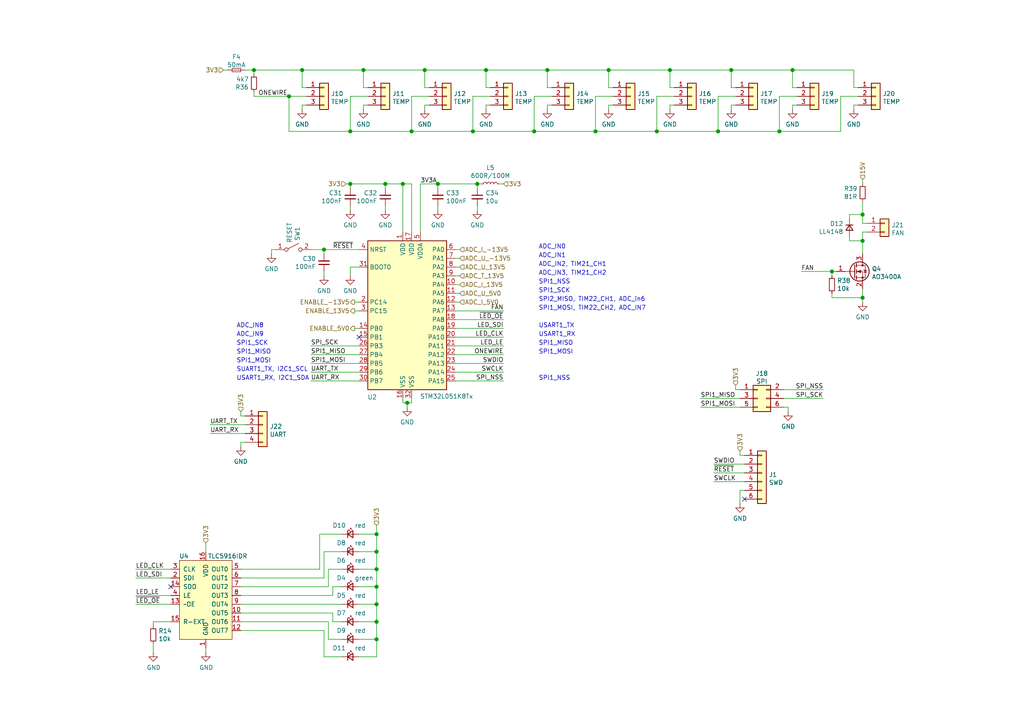
<source format=kicad_sch>
(kicad_sch (version 20211123) (generator eeschema)
  (paper "A4")
  (lib_symbols
    (symbol "Connector_Generic:Conn_01x02" (pin_names (offset 1.016) hide)
      (property "Reference" "J" (at 0 2.54 0))
      (property "Value" "Conn_01x02" (at 0 -5.08 0))
      (symbol "Conn_01x02_1_1"
        (rectangle (start -1.27 -2.413) (end 0 -2.667) (stroke (width 0.1524)))
        (rectangle (start -1.27 0.127) (end 0 -0.127) (stroke (width 0.1524)))
        (rectangle (start -1.27 1.27) (end 1.27 -3.81) (stroke (width 0.254)) (fill (type background)))
        (pin passive line (at -5.08 0 0) (length 3.81) (name "Pin_1") (number "1"))
        (pin passive line (at -5.08 -2.54 0) (length 3.81) (name "Pin_2") (number "2"))
      )
    )
    (symbol "Connector_Generic:Conn_01x03" (pin_names (offset 1.016) hide)
      (property "Reference" "J" (at 0 5.08 0))
      (property "Value" "Conn_01x03" (at 0 -5.08 0))
      (symbol "Conn_01x03_1_1"
        (rectangle (start -1.27 -2.413) (end 0 -2.667) (stroke (width 0.1524)))
        (rectangle (start -1.27 0.127) (end 0 -0.127) (stroke (width 0.1524)))
        (rectangle (start -1.27 2.667) (end 0 2.413) (stroke (width 0.1524)))
        (rectangle (start -1.27 3.81) (end 1.27 -3.81) (stroke (width 0.254)) (fill (type background)))
        (pin passive line (at -5.08 2.54 0) (length 3.81) (name "Pin_1") (number "1"))
        (pin passive line (at -5.08 0 0) (length 3.81) (name "Pin_2") (number "2"))
        (pin passive line (at -5.08 -2.54 0) (length 3.81) (name "Pin_3") (number "3"))
      )
    )
    (symbol "Connector_Generic:Conn_01x04" (pin_names (offset 1.016) hide)
      (property "Reference" "J" (at 0 5.08 0))
      (property "Value" "Conn_01x04" (at 0 -7.62 0))
      (symbol "Conn_01x04_1_1"
        (rectangle (start -1.27 -4.953) (end 0 -5.207) (stroke (width 0.1524)))
        (rectangle (start -1.27 -2.413) (end 0 -2.667) (stroke (width 0.1524)))
        (rectangle (start -1.27 0.127) (end 0 -0.127) (stroke (width 0.1524)))
        (rectangle (start -1.27 2.667) (end 0 2.413) (stroke (width 0.1524)))
        (rectangle (start -1.27 3.81) (end 1.27 -6.35) (stroke (width 0.254)) (fill (type background)))
        (pin passive line (at -5.08 2.54 0) (length 3.81) (name "Pin_1") (number "1"))
        (pin passive line (at -5.08 0 0) (length 3.81) (name "Pin_2") (number "2"))
        (pin passive line (at -5.08 -2.54 0) (length 3.81) (name "Pin_3") (number "3"))
        (pin passive line (at -5.08 -5.08 0) (length 3.81) (name "Pin_4") (number "4"))
      )
    )
    (symbol "Connector_Generic:Conn_01x06" (pin_names (offset 1.016) hide)
      (property "Reference" "J" (at 0 7.62 0))
      (property "Value" "Conn_01x06" (at 0 -10.16 0))
      (symbol "Conn_01x06_1_1"
        (rectangle (start -1.27 -7.493) (end 0 -7.747) (stroke (width 0.1524)))
        (rectangle (start -1.27 -4.953) (end 0 -5.207) (stroke (width 0.1524)))
        (rectangle (start -1.27 -2.413) (end 0 -2.667) (stroke (width 0.1524)))
        (rectangle (start -1.27 0.127) (end 0 -0.127) (stroke (width 0.1524)))
        (rectangle (start -1.27 2.667) (end 0 2.413) (stroke (width 0.1524)))
        (rectangle (start -1.27 5.207) (end 0 4.953) (stroke (width 0.1524)))
        (rectangle (start -1.27 6.35) (end 1.27 -8.89) (stroke (width 0.254)) (fill (type background)))
        (pin passive line (at -5.08 5.08 0) (length 3.81) (name "Pin_1") (number "1"))
        (pin passive line (at -5.08 2.54 0) (length 3.81) (name "Pin_2") (number "2"))
        (pin passive line (at -5.08 0 0) (length 3.81) (name "Pin_3") (number "3"))
        (pin passive line (at -5.08 -2.54 0) (length 3.81) (name "Pin_4") (number "4"))
        (pin passive line (at -5.08 -5.08 0) (length 3.81) (name "Pin_5") (number "5"))
        (pin passive line (at -5.08 -7.62 0) (length 3.81) (name "Pin_6") (number "6"))
      )
    )
    (symbol "Connector_Generic:Conn_02x03_Odd_Even" (pin_names (offset 1.016) hide)
      (property "Reference" "J" (at 1.27 5.08 0))
      (property "Value" "Conn_02x03_Odd_Even" (at 1.27 -5.08 0))
      (symbol "Conn_02x03_Odd_Even_1_1"
        (rectangle (start -1.27 -2.413) (end 0 -2.667) (stroke (width 0.1524)))
        (rectangle (start -1.27 0.127) (end 0 -0.127) (stroke (width 0.1524)))
        (rectangle (start -1.27 2.667) (end 0 2.413) (stroke (width 0.1524)))
        (rectangle (start -1.27 3.81) (end 3.81 -3.81) (stroke (width 0.254)) (fill (type background)))
        (rectangle (start 3.81 -2.413) (end 2.54 -2.667) (stroke (width 0.1524)))
        (rectangle (start 3.81 0.127) (end 2.54 -0.127) (stroke (width 0.1524)))
        (rectangle (start 3.81 2.667) (end 2.54 2.413) (stroke (width 0.1524)))
        (pin passive line (at -5.08 2.54 0) (length 3.81) (name "Pin_1") (number "1"))
        (pin passive line (at 7.62 2.54 180) (length 3.81) (name "Pin_2") (number "2"))
        (pin passive line (at -5.08 0 0) (length 3.81) (name "Pin_3") (number "3"))
        (pin passive line (at 7.62 0 180) (length 3.81) (name "Pin_4") (number "4"))
        (pin passive line (at -5.08 -2.54 0) (length 3.81) (name "Pin_5") (number "5"))
        (pin passive line (at 7.62 -2.54 180) (length 3.81) (name "Pin_6") (number "6"))
      )
    )
    (symbol "Device:C_Small" (pin_numbers hide) (pin_names (offset 0.254) hide)
      (property "Reference" "C" (at 0.254 1.778 0))
      (property "Value" "C_Small" (at 0.254 -2.032 0))
      (symbol "C_Small_0_1"
        (polyline (pts (xy -1.524 -0.508) (xy 1.524 -0.508)) (stroke (width 0.3302)))
        (polyline (pts (xy -1.524 0.508) (xy 1.524 0.508)) (stroke (width 0.3048)))
      )
      (symbol "C_Small_1_1"
        (pin passive line (at 0 2.54 270) (length 2.032) (name "~") (number "1"))
        (pin passive line (at 0 -2.54 90) (length 2.032) (name "~") (number "2"))
      )
    )
    (symbol "Device:D_Small" (pin_numbers hide) (pin_names (offset 0.254) hide)
      (property "Reference" "D" (at -1.27 2.032 0))
      (property "Value" "D_Small" (at -3.81 -2.032 0))
      (symbol "D_Small_0_1"
        (polyline (pts (xy -0.762 -1.016) (xy -0.762 1.016)) (stroke (width 0.254)))
        (polyline (pts (xy -0.762 0) (xy 0.762 0)))
        (polyline (pts (xy 0.762 -1.016) (xy -0.762 0) (xy 0.762 1.016) (xy 0.762 -1.016)) (stroke (width 0.254)))
      )
      (symbol "D_Small_1_1"
        (pin passive line (at -2.54 0 0) (length 1.778) (name "K") (number "1"))
        (pin passive line (at 2.54 0 180) (length 1.778) (name "A") (number "2"))
      )
    )
    (symbol "Device:Fuse_Small" (pin_numbers hide) (pin_names (offset 0.254) hide)
      (property "Reference" "F" (at 0 -1.524 0))
      (property "Value" "Fuse_Small" (at 0 1.524 0))
      (symbol "Fuse_Small_0_1"
        (rectangle (start -1.27 0.508) (end 1.27 -0.508))
        (polyline (pts (xy -1.27 0) (xy 1.27 0)))
      )
      (symbol "Fuse_Small_1_1"
        (pin passive line (at -2.54 0 0) (length 1.27) (name "~") (number "1"))
        (pin passive line (at 2.54 0 180) (length 1.27) (name "~") (number "2"))
      )
    )
    (symbol "Device:LED_Small" (pin_numbers hide) (pin_names (offset 0.254) hide)
      (property "Reference" "D" (at -1.27 3.175 0))
      (property "Value" "LED_Small" (at -4.445 -2.54 0))
      (symbol "LED_Small_0_1"
        (polyline (pts (xy -0.762 -1.016) (xy -0.762 1.016)) (stroke (width 0.254)))
        (polyline (pts (xy 1.016 0) (xy -0.762 0)))
        (polyline (pts (xy 0.762 -1.016) (xy -0.762 0) (xy 0.762 1.016) (xy 0.762 -1.016)) (stroke (width 0.254)))
        (polyline (pts (xy 0 0.762) (xy -0.508 1.27) (xy -0.254 1.27) (xy -0.508 1.27) (xy -0.508 1.016)))
        (polyline (pts (xy 0.508 1.27) (xy 0 1.778) (xy 0.254 1.778) (xy 0 1.778) (xy 0 1.524)))
      )
      (symbol "LED_Small_1_1"
        (pin passive line (at -2.54 0 0) (length 1.778) (name "K") (number "1"))
        (pin passive line (at 2.54 0 180) (length 1.778) (name "A") (number "2"))
      )
    )
    (symbol "Device:L_Small" (pin_numbers hide) (pin_names (offset 0.254) hide)
      (property "Reference" "L" (at 0.762 1.016 0))
      (property "Value" "L_Small" (at 0.762 -1.016 0))
      (symbol "L_Small_0_1"
        (arc (start 0 -2.032) (mid 0.508 -1.524) (end 0 -1.016))
        (arc (start 0 -1.016) (mid 0.508 -0.508) (end 0 0))
        (arc (start 0 0) (mid 0.508 0.508) (end 0 1.016))
        (arc (start 0 1.016) (mid 0.508 1.524) (end 0 2.032))
      )
      (symbol "L_Small_1_1"
        (pin passive line (at 0 2.54 270) (length 0.508) (name "~") (number "1"))
        (pin passive line (at 0 -2.54 90) (length 0.508) (name "~") (number "2"))
      )
    )
    (symbol "Device:Q_NMOS_GSD" (pin_names (offset 0) hide)
      (property "Reference" "Q" (at 5.08 1.27 0))
      (property "Value" "Q_NMOS_GSD" (at 5.08 -1.27 0))
      (symbol "Q_NMOS_GSD_0_1"
        (polyline (pts (xy 0.254 0) (xy -2.54 0)))
        (polyline (pts (xy 0.254 1.905) (xy 0.254 -1.905)) (stroke (width 0.254)))
        (polyline (pts (xy 0.762 -1.27) (xy 0.762 -2.286)) (stroke (width 0.254)))
        (polyline (pts (xy 0.762 0.508) (xy 0.762 -0.508)) (stroke (width 0.254)))
        (polyline (pts (xy 0.762 2.286) (xy 0.762 1.27)) (stroke (width 0.254)))
        (polyline (pts (xy 2.54 2.54) (xy 2.54 1.778)))
        (polyline (pts (xy 2.54 -2.54) (xy 2.54 0) (xy 0.762 0)))
        (polyline (pts (xy 0.762 -1.778) (xy 3.302 -1.778) (xy 3.302 1.778) (xy 0.762 1.778)))
        (polyline (pts (xy 1.016 0) (xy 2.032 0.381) (xy 2.032 -0.381) (xy 1.016 0)) (fill (type outline)))
        (polyline (pts (xy 2.794 0.508) (xy 2.921 0.381) (xy 3.683 0.381) (xy 3.81 0.254)))
        (polyline (pts (xy 3.302 0.381) (xy 2.921 -0.254) (xy 3.683 -0.254) (xy 3.302 0.381)))
        (circle (center 1.651 0) (radius 2.794) (stroke (width 0.254)))
        (circle (center 2.54 -1.778) (radius 0.254) (fill (type outline)))
        (circle (center 2.54 1.778) (radius 0.254) (fill (type outline)))
      )
      (symbol "Q_NMOS_GSD_1_1"
        (pin input line (at -5.08 0 0) (length 2.54) (name "G") (number "1"))
        (pin passive line (at 2.54 -5.08 90) (length 2.54) (name "S") (number "2"))
        (pin passive line (at 2.54 5.08 270) (length 2.54) (name "D") (number "3"))
      )
    )
    (symbol "Device:R_Small" (pin_numbers hide) (pin_names (offset 0.254) hide)
      (property "Reference" "R" (at 0.762 0.508 0))
      (property "Value" "R_Small" (at 0.762 -1.016 0))
      (symbol "R_Small_0_1"
        (rectangle (start -0.762 1.778) (end 0.762 -1.778) (stroke (width 0.2032)))
      )
      (symbol "R_Small_1_1"
        (pin passive line (at 0 2.54 270) (length 0.762) (name "~") (number "1"))
        (pin passive line (at 0 -2.54 90) (length 0.762) (name "~") (number "2"))
      )
    )
    (symbol "MCU_ST_STM32L0:STM32L051K8Tx"
      (property "Reference" "U" (at -12.7 21.59 0))
      (property "Value" "STM32L051K8Tx" (at 5.08 21.59 0))
      (symbol "STM32L051K8Tx_0_1"
        (rectangle (start -12.7 -22.86) (end 10.16 20.32) (stroke (width 0.254)) (fill (type background)))
      )
      (symbol "STM32L051K8Tx_1_1"
        (pin power_in line (at -2.54 22.86 270) (length 2.54) (name "VDD") (number "1"))
        (pin bidirectional line (at 12.7 7.62 180) (length 2.54) (name "PA4") (number "10"))
        (pin bidirectional line (at 12.7 5.08 180) (length 2.54) (name "PA5") (number "11"))
        (pin bidirectional line (at 12.7 2.54 180) (length 2.54) (name "PA6") (number "12"))
        (pin bidirectional line (at 12.7 0 180) (length 2.54) (name "PA7") (number "13"))
        (pin bidirectional line (at -15.24 -5.08 0) (length 2.54) (name "PB0") (number "14"))
        (pin bidirectional line (at -15.24 -7.62 0) (length 2.54) (name "PB1") (number "15"))
        (pin power_in line (at -2.54 -25.4 90) (length 2.54) (name "VSS") (number "16"))
        (pin power_in line (at 0 22.86 270) (length 2.54) (name "VDD") (number "17"))
        (pin bidirectional line (at 12.7 -2.54 180) (length 2.54) (name "PA8") (number "18"))
        (pin bidirectional line (at 12.7 -5.08 180) (length 2.54) (name "PA9") (number "19"))
        (pin bidirectional line (at -15.24 2.54 0) (length 2.54) (name "PC14") (number "2"))
        (pin bidirectional line (at 12.7 -7.62 180) (length 2.54) (name "PA10") (number "20"))
        (pin bidirectional line (at 12.7 -10.16 180) (length 2.54) (name "PA11") (number "21"))
        (pin bidirectional line (at 12.7 -12.7 180) (length 2.54) (name "PA12") (number "22"))
        (pin bidirectional line (at 12.7 -15.24 180) (length 2.54) (name "PA13") (number "23"))
        (pin bidirectional line (at 12.7 -17.78 180) (length 2.54) (name "PA14") (number "24"))
        (pin bidirectional line (at 12.7 -20.32 180) (length 2.54) (name "PA15") (number "25"))
        (pin bidirectional line (at -15.24 -10.16 0) (length 2.54) (name "PB3") (number "26"))
        (pin bidirectional line (at -15.24 -12.7 0) (length 2.54) (name "PB4") (number "27"))
        (pin bidirectional line (at -15.24 -15.24 0) (length 2.54) (name "PB5") (number "28"))
        (pin bidirectional line (at -15.24 -17.78 0) (length 2.54) (name "PB6") (number "29"))
        (pin bidirectional line (at -15.24 0 0) (length 2.54) (name "PC15") (number "3"))
        (pin bidirectional line (at -15.24 -20.32 0) (length 2.54) (name "PB7") (number "30"))
        (pin input line (at -15.24 12.7 0) (length 2.54) (name "BOOT0") (number "31"))
        (pin power_in line (at 0 -25.4 90) (length 2.54) (name "VSS") (number "32"))
        (pin input line (at -15.24 17.78 0) (length 2.54) (name "NRST") (number "4"))
        (pin power_in line (at 2.54 22.86 270) (length 2.54) (name "VDDA") (number "5"))
        (pin bidirectional line (at 12.7 17.78 180) (length 2.54) (name "PA0") (number "6"))
        (pin bidirectional line (at 12.7 15.24 180) (length 2.54) (name "PA1") (number "7"))
        (pin bidirectional line (at 12.7 12.7 180) (length 2.54) (name "PA2") (number "8"))
        (pin bidirectional line (at 12.7 10.16 180) (length 2.54) (name "PA3") (number "9"))
      )
    )
    (symbol "Switch:SW_SPST" (pin_names (offset 0) hide)
      (property "Reference" "SW" (at 0 3.175 0))
      (property "Value" "SW_SPST" (at 0 -2.54 0))
      (symbol "SW_SPST_0_0"
        (circle (center -2.032 0) (radius 0.508))
        (polyline (pts (xy -1.524 0.254) (xy 1.524 1.778)))
        (circle (center 2.032 0) (radius 0.508))
      )
      (symbol "SW_SPST_1_1"
        (pin passive line (at -5.08 0 0) (length 2.54) (name "A") (number "1"))
        (pin passive line (at 5.08 0 180) (length 2.54) (name "B") (number "2"))
      )
    )
    (symbol "power:GND" (power) (pin_names (offset 0))
      (property "Value" "GND" (at 0 -3.81 0))
      (symbol "GND_0_1"
        (polyline (pts (xy 0 0) (xy 0 -1.27) (xy 1.27 -1.27) (xy 0 -2.54) (xy -1.27 -1.27) (xy 0 -1.27)))
      )
      (symbol "GND_1_1"
        (pin power_in line (at 0 0 270) (length 0) hide (name "GND") (number "1"))
      )
    )
    (symbol "twam-LED:TLC591x" (pin_names (offset 1.016))
      (property "Reference" "U" (at -12.7 127 0))
      (property "Value" "TLC591x" (at -12.7 128.27 0))
      (symbol "TLC591x_0_1"
        (rectangle (start 7.62 11.43) (end -7.62 -11.43) (fill (type background)))
      )
      (symbol "TLC591x_1_1"
        (pin power_in line (at 0 -13.97 90) (length 2.54) (name "GND") (number "1"))
        (pin power_out line (at 10.16 -3.81 180) (length 2.54) (name "OUT5") (number "10"))
        (pin power_out line (at 10.16 -6.35 180) (length 2.54) (name "OUT6") (number "11"))
        (pin power_out line (at 10.16 -8.89 180) (length 2.54) (name "OUT7") (number "12"))
        (pin input line (at -10.16 -1.27 0) (length 2.54) (name "~OE") (number "13"))
        (pin output line (at -10.16 3.81 0) (length 2.54) (name "SDO") (number "14"))
        (pin input line (at -10.16 -6.35 0) (length 2.54) (name "R-EXT") (number "15"))
        (pin power_in line (at 0 13.97 270) (length 2.54) (name "VDD") (number "16"))
        (pin input line (at -10.16 6.35 0) (length 2.54) (name "SDI") (number "2"))
        (pin input line (at -10.16 8.89 0) (length 2.54) (name "CLK") (number "3"))
        (pin input line (at -10.16 1.27 0) (length 2.54) (name "LE") (number "4"))
        (pin power_out line (at 10.16 8.89 180) (length 2.54) (name "OUT0") (number "5"))
        (pin power_out line (at 10.16 6.35 180) (length 2.54) (name "OUT1") (number "6"))
        (pin power_out line (at 10.16 3.81 180) (length 2.54) (name "OUT2") (number "7"))
        (pin power_out line (at 10.16 1.27 180) (length 2.54) (name "OUT3") (number "8"))
        (pin power_out line (at 10.16 -1.27 180) (length 2.54) (name "OUT4") (number "9"))
      )
    )
  )
  (junction (at 109.22 154.94) (diameter 1.016))
  (junction (at 226.06 38.1) (diameter 1.016))
  (junction (at 109.22 170.18) (diameter 1.016))
  (junction (at 194.31 20.32) (diameter 1.016))
  (junction (at 109.22 185.42) (diameter 1.016))
  (junction (at 127 53.34) (diameter 1.016))
  (junction (at 101.6 53.34) (diameter 1.016))
  (junction (at 154.94 38.1) (diameter 1.016))
  (junction (at 105.41 20.32) (diameter 1.016))
  (junction (at 229.87 20.32) (diameter 1.016))
  (junction (at 118.11 116.84) (diameter 1.016))
  (junction (at 158.75 20.32) (diameter 1.016))
  (junction (at 109.22 180.34) (diameter 1.016))
  (junction (at 116.84 53.34) (diameter 1.016))
  (junction (at 250.19 69.85) (diameter 1.016))
  (junction (at 109.22 165.1) (diameter 1.016))
  (junction (at 111.76 53.34) (diameter 1.016))
  (junction (at 137.16 38.1) (diameter 1.016))
  (junction (at 123.19 20.32) (diameter 1.016))
  (junction (at 87.63 20.32) (diameter 1.016))
  (junction (at 190.5 38.1) (diameter 1.016))
  (junction (at 241.3 78.74) (diameter 1.016))
  (junction (at 172.72 38.1) (diameter 1.016))
  (junction (at 140.97 20.32) (diameter 1.016))
  (junction (at 212.09 20.32) (diameter 1.016))
  (junction (at 73.66 20.32) (diameter 1.016))
  (junction (at 109.22 160.02) (diameter 1.016))
  (junction (at 83.82 27.94) (diameter 1.016))
  (junction (at 109.22 175.26) (diameter 1.016))
  (junction (at 250.19 62.23) (diameter 1.016))
  (junction (at 250.19 86.36) (diameter 1.016))
  (junction (at 119.38 38.1) (diameter 1.016))
  (junction (at 93.98 72.39) (diameter 1.016))
  (junction (at 176.53 20.32) (diameter 1.016))
  (junction (at 138.43 53.34) (diameter 1.016))
  (junction (at 101.6 38.1) (diameter 1.016))
  (junction (at 208.28 38.1) (diameter 1.016))
  (no_connect (at 49.53 170.18))
  (no_connect (at 215.9 144.78))
  (no_connect (at 104.14 97.79))
  (wire (pts (xy 99.06 154.94) (xy 92.71 154.94)))
  (wire (pts (xy 213.36 27.94) (xy 208.28 27.94)))
  (wire (pts (xy 109.22 180.34) (xy 109.22 175.26)))
  (wire (pts (xy 248.92 25.4) (xy 247.65 25.4)))
  (wire (pts (xy 105.41 25.4) (xy 105.41 20.32)))
  (wire (pts (xy 106.68 25.4) (xy 105.41 25.4)))
  (wire (pts (xy 132.08 74.93) (xy 133.35 74.93)))
  (wire (pts (xy 59.69 160.02) (xy 59.69 157.48)))
  (wire (pts (xy 111.76 53.34) (xy 111.76 54.61)))
  (wire (pts (xy 226.06 27.94) (xy 226.06 38.1)))
  (wire (pts (xy 213.36 111.76) (xy 213.36 113.03)))
  (wire (pts (xy 214.63 113.03) (xy 213.36 113.03)))
  (wire (pts (xy 247.65 30.48) (xy 247.65 31.75)))
  (wire (pts (xy 208.28 38.1) (xy 190.5 38.1)))
  (wire (pts (xy 123.19 30.48) (xy 123.19 31.75)))
  (wire (pts (xy 137.16 38.1) (xy 119.38 38.1)))
  (wire (pts (xy 69.85 165.1) (xy 92.71 165.1)))
  (wire (pts (xy 90.17 105.41) (xy 104.14 105.41)))
  (wire (pts (xy 241.3 86.36) (xy 250.19 86.36)))
  (wire (pts (xy 241.3 78.74) (xy 242.57 78.74)))
  (wire (pts (xy 158.75 25.4) (xy 158.75 20.32)))
  (wire (pts (xy 194.31 30.48) (xy 195.58 30.48)))
  (wire (pts (xy 247.65 25.4) (xy 247.65 20.32)))
  (wire (pts (xy 214.63 142.24) (xy 214.63 146.05)))
  (wire (pts (xy 215.9 142.24) (xy 214.63 142.24)))
  (wire (pts (xy 104.14 170.18) (xy 109.22 170.18)))
  (wire (pts (xy 146.05 95.25) (xy 132.08 95.25)))
  (wire (pts (xy 87.63 30.48) (xy 87.63 31.75)))
  (wire (pts (xy 88.9 30.48) (xy 87.63 30.48)))
  (wire (pts (xy 250.19 83.82) (xy 250.19 86.36)))
  (wire (pts (xy 142.24 27.94) (xy 137.16 27.94)))
  (wire (pts (xy 146.05 100.33) (xy 132.08 100.33)))
  (wire (pts (xy 177.8 27.94) (xy 172.72 27.94)))
  (wire (pts (xy 87.63 20.32) (xy 87.63 25.4)))
  (wire (pts (xy 88.9 25.4) (xy 87.63 25.4)))
  (wire (pts (xy 104.14 185.42) (xy 109.22 185.42)))
  (wire (pts (xy 69.85 180.34) (xy 95.25 180.34)))
  (wire (pts (xy 101.6 77.47) (xy 104.14 77.47)))
  (wire (pts (xy 101.6 80.01) (xy 101.6 77.47)))
  (wire (pts (xy 96.52 180.34) (xy 96.52 177.8)))
  (wire (pts (xy 39.37 175.26) (xy 49.53 175.26)))
  (wire (pts (xy 44.45 186.69) (xy 44.45 189.23)))
  (wire (pts (xy 102.87 87.63) (xy 104.14 87.63)))
  (wire (pts (xy 176.53 30.48) (xy 177.8 30.48)))
  (wire (pts (xy 90.17 110.49) (xy 104.14 110.49)))
  (wire (pts (xy 111.76 59.69) (xy 111.76 60.96)))
  (wire (pts (xy 102.87 95.25) (xy 104.14 95.25)))
  (wire (pts (xy 39.37 165.1) (xy 49.53 165.1)))
  (wire (pts (xy 238.76 115.57) (xy 227.33 115.57)))
  (wire (pts (xy 109.22 154.94) (xy 104.14 154.94)))
  (wire (pts (xy 127 53.34) (xy 138.43 53.34)))
  (wire (pts (xy 73.66 27.94) (xy 83.82 27.94)))
  (wire (pts (xy 69.85 182.88) (xy 93.98 182.88)))
  (wire (pts (xy 203.2 115.57) (xy 214.63 115.57)))
  (wire (pts (xy 69.85 170.18) (xy 95.25 170.18)))
  (wire (pts (xy 78.74 72.39) (xy 80.01 72.39)))
  (wire (pts (xy 78.74 73.66) (xy 78.74 72.39)))
  (wire (pts (xy 176.53 25.4) (xy 176.53 20.32)))
  (wire (pts (xy 177.8 25.4) (xy 176.53 25.4)))
  (wire (pts (xy 214.63 132.08) (xy 215.9 132.08)))
  (wire (pts (xy 207.01 137.16) (xy 215.9 137.16)))
  (wire (pts (xy 231.14 27.94) (xy 226.06 27.94)))
  (wire (pts (xy 109.22 152.4) (xy 109.22 154.94)))
  (wire (pts (xy 176.53 30.48) (xy 176.53 31.75)))
  (wire (pts (xy 109.22 185.42) (xy 109.22 180.34)))
  (wire (pts (xy 212.09 30.48) (xy 213.36 30.48)))
  (wire (pts (xy 132.08 90.17) (xy 146.05 90.17)))
  (wire (pts (xy 105.41 30.48) (xy 105.41 31.75)))
  (wire (pts (xy 132.08 107.95) (xy 146.05 107.95)))
  (wire (pts (xy 93.98 160.02) (xy 93.98 167.64)))
  (wire (pts (xy 60.96 125.73) (xy 71.12 125.73)))
  (wire (pts (xy 96.52 170.18) (xy 96.52 172.72)))
  (wire (pts (xy 232.41 78.74) (xy 241.3 78.74)))
  (wire (pts (xy 121.92 53.34) (xy 121.92 67.31)))
  (wire (pts (xy 109.22 160.02) (xy 109.22 154.94)))
  (wire (pts (xy 73.66 20.32) (xy 87.63 20.32)))
  (wire (pts (xy 73.66 21.59) (xy 73.66 20.32)))
  (wire (pts (xy 69.85 119.38) (xy 69.85 120.65)))
  (wire (pts (xy 90.17 102.87) (xy 104.14 102.87)))
  (wire (pts (xy 194.31 30.48) (xy 194.31 31.75)))
  (wire (pts (xy 83.82 27.94) (xy 88.9 27.94)))
  (wire (pts (xy 83.82 38.1) (xy 83.82 27.94)))
  (wire (pts (xy 101.6 27.94) (xy 101.6 38.1)))
  (wire (pts (xy 101.6 38.1) (xy 83.82 38.1)))
  (wire (pts (xy 106.68 27.94) (xy 101.6 27.94)))
  (wire (pts (xy 229.87 30.48) (xy 229.87 31.75)))
  (wire (pts (xy 124.46 27.94) (xy 119.38 27.94)))
  (wire (pts (xy 154.94 38.1) (xy 137.16 38.1)))
  (wire (pts (xy 123.19 25.4) (xy 123.19 20.32)))
  (wire (pts (xy 39.37 167.64) (xy 49.53 167.64)))
  (wire (pts (xy 132.08 77.47) (xy 133.35 77.47)))
  (wire (pts (xy 207.01 134.62) (xy 215.9 134.62)))
  (wire (pts (xy 119.38 27.94) (xy 119.38 38.1)))
  (wire (pts (xy 69.85 177.8) (xy 96.52 177.8)))
  (wire (pts (xy 250.19 58.42) (xy 250.19 62.23)))
  (wire (pts (xy 250.19 62.23) (xy 250.19 64.77)))
  (wire (pts (xy 250.19 64.77) (xy 251.46 64.77)))
  (wire (pts (xy 140.97 30.48) (xy 142.24 30.48)))
  (wire (pts (xy 73.66 26.67) (xy 73.66 27.94)))
  (wire (pts (xy 100.33 53.34) (xy 101.6 53.34)))
  (wire (pts (xy 90.17 100.33) (xy 104.14 100.33)))
  (wire (pts (xy 127 53.34) (xy 127 54.61)))
  (wire (pts (xy 59.69 189.23) (xy 59.69 187.96)))
  (wire (pts (xy 250.19 86.36) (xy 250.19 87.63)))
  (wire (pts (xy 132.08 105.41) (xy 146.05 105.41)))
  (wire (pts (xy 64.77 20.32) (xy 66.04 20.32)))
  (wire (pts (xy 99.06 170.18) (xy 96.52 170.18)))
  (wire (pts (xy 146.05 97.79) (xy 132.08 97.79)))
  (wire (pts (xy 95.25 165.1) (xy 95.25 170.18)))
  (wire (pts (xy 101.6 59.69) (xy 101.6 60.96)))
  (wire (pts (xy 90.17 72.39) (xy 93.98 72.39)))
  (wire (pts (xy 104.14 165.1) (xy 109.22 165.1)))
  (wire (pts (xy 250.19 67.31) (xy 250.19 69.85)))
  (wire (pts (xy 250.19 69.85) (xy 250.19 73.66)))
  (wire (pts (xy 154.94 27.94) (xy 154.94 38.1)))
  (wire (pts (xy 140.97 25.4) (xy 140.97 20.32)))
  (wire (pts (xy 138.43 53.34) (xy 139.7 53.34)))
  (wire (pts (xy 93.98 78.74) (xy 93.98 80.01)))
  (wire (pts (xy 229.87 20.32) (xy 247.65 20.32)))
  (wire (pts (xy 101.6 53.34) (xy 101.6 54.61)))
  (wire (pts (xy 111.76 53.34) (xy 101.6 53.34)))
  (wire (pts (xy 116.84 53.34) (xy 111.76 53.34)))
  (wire (pts (xy 116.84 67.31) (xy 116.84 53.34)))
  (wire (pts (xy 99.06 185.42) (xy 95.25 185.42)))
  (wire (pts (xy 132.08 87.63) (xy 133.35 87.63)))
  (wire (pts (xy 214.63 130.81) (xy 214.63 132.08)))
  (wire (pts (xy 132.08 80.01) (xy 133.35 80.01)))
  (wire (pts (xy 229.87 30.48) (xy 231.14 30.48)))
  (wire (pts (xy 87.63 20.32) (xy 105.41 20.32)))
  (wire (pts (xy 105.41 20.32) (xy 123.19 20.32)))
  (wire (pts (xy 123.19 20.32) (xy 140.97 20.32)))
  (wire (pts (xy 140.97 20.32) (xy 158.75 20.32)))
  (wire (pts (xy 158.75 20.32) (xy 176.53 20.32)))
  (wire (pts (xy 176.53 20.32) (xy 194.31 20.32)))
  (wire (pts (xy 194.31 20.32) (xy 212.09 20.32)))
  (wire (pts (xy 212.09 20.32) (xy 229.87 20.32)))
  (wire (pts (xy 39.37 172.72) (xy 49.53 172.72)))
  (wire (pts (xy 71.12 20.32) (xy 73.66 20.32)))
  (wire (pts (xy 140.97 30.48) (xy 140.97 31.75)))
  (wire (pts (xy 102.87 90.17) (xy 104.14 90.17)))
  (wire (pts (xy 119.38 38.1) (xy 101.6 38.1)))
  (wire (pts (xy 138.43 53.34) (xy 138.43 54.61)))
  (wire (pts (xy 44.45 181.61) (xy 44.45 180.34)))
  (wire (pts (xy 119.38 53.34) (xy 116.84 53.34)))
  (wire (pts (xy 119.38 67.31) (xy 119.38 53.34)))
  (wire (pts (xy 248.92 27.94) (xy 243.84 27.94)))
  (wire (pts (xy 99.06 160.02) (xy 93.98 160.02)))
  (wire (pts (xy 123.19 30.48) (xy 124.46 30.48)))
  (wire (pts (xy 60.96 123.19) (xy 71.12 123.19)))
  (wire (pts (xy 132.08 110.49) (xy 146.05 110.49)))
  (wire (pts (xy 90.17 107.95) (xy 104.14 107.95)))
  (wire (pts (xy 137.16 27.94) (xy 137.16 38.1)))
  (wire (pts (xy 93.98 73.66) (xy 93.98 72.39)))
  (wire (pts (xy 44.45 180.34) (xy 49.53 180.34)))
  (wire (pts (xy 99.06 180.34) (xy 96.52 180.34)))
  (wire (pts (xy 69.85 128.27) (xy 69.85 129.54)))
  (wire (pts (xy 172.72 38.1) (xy 154.94 38.1)))
  (wire (pts (xy 160.02 25.4) (xy 158.75 25.4)))
  (wire (pts (xy 132.08 72.39) (xy 133.35 72.39)))
  (wire (pts (xy 142.24 25.4) (xy 140.97 25.4)))
  (wire (pts (xy 195.58 27.94) (xy 190.5 27.94)))
  (wire (pts (xy 93.98 72.39) (xy 104.14 72.39)))
  (wire (pts (xy 99.06 165.1) (xy 95.25 165.1)))
  (wire (pts (xy 243.84 27.94) (xy 243.84 38.1)))
  (wire (pts (xy 109.22 175.26) (xy 109.22 170.18)))
  (wire (pts (xy 69.85 120.65) (xy 71.12 120.65)))
  (wire (pts (xy 109.22 165.1) (xy 109.22 160.02)))
  (wire (pts (xy 118.11 116.84) (xy 119.38 116.84)))
  (wire (pts (xy 119.38 115.57) (xy 119.38 116.84)))
  (wire (pts (xy 241.3 85.09) (xy 241.3 86.36)))
  (wire (pts (xy 250.19 52.07) (xy 250.19 53.34)))
  (wire (pts (xy 109.22 190.5) (xy 109.22 185.42)))
  (wire (pts (xy 160.02 27.94) (xy 154.94 27.94)))
  (wire (pts (xy 212.09 30.48) (xy 212.09 31.75)))
  (wire (pts (xy 241.3 80.01) (xy 241.3 78.74)))
  (wire (pts (xy 104.14 160.02) (xy 109.22 160.02)))
  (wire (pts (xy 190.5 38.1) (xy 172.72 38.1)))
  (wire (pts (xy 92.71 154.94) (xy 92.71 165.1)))
  (wire (pts (xy 207.01 139.7) (xy 215.9 139.7)))
  (wire (pts (xy 132.08 85.09) (xy 133.35 85.09)))
  (wire (pts (xy 93.98 190.5) (xy 93.98 182.88)))
  (wire (pts (xy 71.12 128.27) (xy 69.85 128.27)))
  (wire (pts (xy 212.09 25.4) (xy 212.09 20.32)))
  (wire (pts (xy 116.84 115.57) (xy 116.84 116.84)))
  (wire (pts (xy 116.84 116.84) (xy 118.11 116.84)))
  (wire (pts (xy 118.11 116.84) (xy 118.11 118.11)))
  (wire (pts (xy 104.14 180.34) (xy 109.22 180.34)))
  (wire (pts (xy 144.78 53.34) (xy 146.05 53.34)))
  (wire (pts (xy 227.33 118.11) (xy 228.6 118.11)))
  (wire (pts (xy 228.6 118.11) (xy 228.6 119.38)))
  (wire (pts (xy 190.5 27.94) (xy 190.5 38.1)))
  (wire (pts (xy 195.58 25.4) (xy 194.31 25.4)))
  (wire (pts (xy 246.38 68.58) (xy 246.38 69.85)))
  (wire (pts (xy 246.38 69.85) (xy 250.19 69.85)))
  (wire (pts (xy 247.65 30.48) (xy 248.92 30.48)))
  (wire (pts (xy 69.85 175.26) (xy 99.06 175.26)))
  (wire (pts (xy 104.14 190.5) (xy 109.22 190.5)))
  (wire (pts (xy 208.28 27.94) (xy 208.28 38.1)))
  (wire (pts (xy 194.31 25.4) (xy 194.31 20.32)))
  (wire (pts (xy 203.2 118.11) (xy 214.63 118.11)))
  (wire (pts (xy 69.85 172.72) (xy 96.52 172.72)))
  (wire (pts (xy 251.46 67.31) (xy 250.19 67.31)))
  (wire (pts (xy 132.08 82.55) (xy 133.35 82.55)))
  (wire (pts (xy 226.06 38.1) (xy 208.28 38.1)))
  (wire (pts (xy 238.76 113.03) (xy 227.33 113.03)))
  (wire (pts (xy 124.46 25.4) (xy 123.19 25.4)))
  (wire (pts (xy 138.43 60.96) (xy 138.43 59.69)))
  (wire (pts (xy 127 59.69) (xy 127 60.96)))
  (wire (pts (xy 246.38 62.23) (xy 246.38 63.5)))
  (wire (pts (xy 250.19 62.23) (xy 246.38 62.23)))
  (wire (pts (xy 158.75 30.48) (xy 158.75 31.75)))
  (wire (pts (xy 172.72 27.94) (xy 172.72 38.1)))
  (wire (pts (xy 158.75 30.48) (xy 160.02 30.48)))
  (wire (pts (xy 231.14 25.4) (xy 229.87 25.4)))
  (wire (pts (xy 99.06 190.5) (xy 93.98 190.5)))
  (wire (pts (xy 105.41 30.48) (xy 106.68 30.48)))
  (wire (pts (xy 146.05 102.87) (xy 132.08 102.87)))
  (wire (pts (xy 229.87 25.4) (xy 229.87 20.32)))
  (wire (pts (xy 213.36 25.4) (xy 212.09 25.4)))
  (wire (pts (xy 109.22 170.18) (xy 109.22 165.1)))
  (wire (pts (xy 243.84 38.1) (xy 226.06 38.1)))
  (wire (pts (xy 69.85 167.64) (xy 93.98 167.64)))
  (wire (pts (xy 146.05 92.71) (xy 132.08 92.71)))
  (wire (pts (xy 95.25 185.42) (xy 95.25 180.34)))
  (wire (pts (xy 121.92 53.34) (xy 127 53.34)))
  (wire (pts (xy 104.14 175.26) (xy 109.22 175.26)))
  (text "USART1_RX, I2C1_SDA\n" (at 68.58 110.49 0) (effects (font (size 1.27 1.27)) (justify left bottom)))
  (text "SPI1_MISO" (at 68.58 102.87 0) (effects (font (size 1.27 1.27)) (justify left bottom)))
  (text "SPI1_SCK" (at 156.21 85.09 0) (effects (font (size 1.27 1.27)) (justify left bottom)))
  (text "SPI1_MOSI" (at 68.58 105.41 0) (effects (font (size 1.27 1.27)) (justify left bottom)))
  (text "SPI1_MISO\n" (at 156.21 100.33 0) (effects (font (size 1.27 1.27)) (justify left bottom)))
  (text "SPI1_NSS" (at 156.21 82.55 0) (effects (font (size 1.27 1.27)) (justify left bottom)))
  (text "USART1_RX\n" (at 156.21 97.79 0) (effects (font (size 1.27 1.27)) (justify left bottom)))
  (text "SPI2_MISO, TIM22_CH1, ADC_in6" (at 156.21 87.63 0) (effects (font (size 1.27 1.27)) (justify left bottom)))
  (text "SPI1_NSS" (at 156.21 110.49 0) (effects (font (size 1.27 1.27)) (justify left bottom)))
  (text "ADC_IN3, TIM21_CH2" (at 156.21 80.01 0) (effects (font (size 1.27 1.27)) (justify left bottom)))
  (text "SPI1_MOSI, TIM22_CH2, ADC_IN7" (at 156.21 90.17 0) (effects (font (size 1.27 1.27)) (justify left bottom)))
  (text "ADC_IN0" (at 156.21 72.39 0) (effects (font (size 1.27 1.27)) (justify left bottom)))
  (text "SUART1_TX, I2C1_SCL" (at 68.58 107.95 0) (effects (font (size 1.27 1.27)) (justify left bottom)))
  (text "SPI1_SCK" (at 68.58 100.33 0) (effects (font (size 1.27 1.27)) (justify left bottom)))
  (text "ADC_IN9" (at 68.58 97.79 0) (effects (font (size 1.27 1.27)) (justify left bottom)))
  (text "ADC_IN8" (at 68.58 95.25 0) (effects (font (size 1.27 1.27)) (justify left bottom)))
  (text "SPI1_MOSI" (at 156.21 102.87 0) (effects (font (size 1.27 1.27)) (justify left bottom)))
  (text "ADC_IN2, TIM21_CH1" (at 156.21 77.47 0) (effects (font (size 1.27 1.27)) (justify left bottom)))
  (text "USART1_TX\n" (at 156.21 95.25 0) (effects (font (size 1.27 1.27)) (justify left bottom)))
  (text "ADC_IN1" (at 156.21 74.93 0) (effects (font (size 1.27 1.27)) (justify left bottom)))
  (label "ONEWIRE" (at 74.93 27.94 0))
  (label "SPI_NSS" (at 238.76 113.03 180))
  (label "LED_SDI" (at 39.37 167.64 0))
  (label "FAN" (at 146.05 90.17 180))
  (label "SWCLK" (at 146.05 107.95 180))
  (label "UART_TX" (at 90.17 107.95 0))
  (label "~{RESET}" (at 207.01 137.16 0))
  (label "~{LED_OE}" (at 146.05 92.71 180))
  (label "~{RESET}" (at 96.52 72.39 0))
  (label "SPI_SCK" (at 90.17 100.33 0))
  (label "SWDIO" (at 207.01 134.62 0))
  (label "LED_LE" (at 146.05 100.33 180))
  (label "ONEWIRE" (at 146.05 102.87 180))
  (label "FAN" (at 232.41 78.74 0))
  (label "UART_RX" (at 90.17 110.49 0))
  (label "SPI_SCK" (at 238.76 115.57 180))
  (label "SWCLK" (at 207.01 139.7 0))
  (label "LED_CLK" (at 39.37 165.1 0))
  (label "LED_SDI" (at 146.05 95.25 180))
  (label "UART_RX" (at 60.96 125.73 0))
  (label "SPI1_MISO" (at 203.2 115.57 0))
  (label "SPI1_MOSI" (at 90.17 105.41 0))
  (label "LED_LE" (at 39.37 172.72 0))
  (label "UART_TX" (at 60.96 123.19 0))
  (label "~{LED_OE}" (at 39.37 175.26 0))
  (label "LED_CLK" (at 146.05 97.79 180))
  (label "SPI1_MISO" (at 90.17 102.87 0))
  (label "SPI1_MOSI" (at 203.2 118.11 0))
  (label "SWDIO" (at 146.05 105.41 180))
  (label "3V3A" (at 121.92 53.34 0))
  (label "SPI_NSS" (at 146.05 110.49 180))
  (hierarchical_label "ADC_U_-13V5" (shape input) (at 133.35 74.93 0))
  (hierarchical_label "3V3" (shape input) (at 146.05 53.34 0))
  (hierarchical_label "3V3" (shape input) (at 109.22 152.4 90))
  (hierarchical_label "ENABLE_-13V5" (shape output) (at 102.87 87.63 180))
  (hierarchical_label "3V3" (shape input) (at 100.33 53.34 180))
  (hierarchical_label "ENABLE_5V0" (shape output) (at 102.87 95.25 180))
  (hierarchical_label "ADC_T_13V5" (shape input) (at 133.35 80.01 0))
  (hierarchical_label "3V3" (shape input) (at 64.77 20.32 180))
  (hierarchical_label "ADC_I_-13V5" (shape input) (at 133.35 72.39 0))
  (hierarchical_label "3V3" (shape input) (at 69.85 119.38 90))
  (hierarchical_label "ADC_U_13V5" (shape input) (at 133.35 77.47 0))
  (hierarchical_label "3V3" (shape input) (at 213.36 111.76 90))
  (hierarchical_label "ENABLE_13V5" (shape output) (at 102.87 90.17 180))
  (hierarchical_label "3V3" (shape input) (at 59.69 157.48 90))
  (hierarchical_label "ADC_I_13V5" (shape input) (at 133.35 82.55 0))
  (hierarchical_label "ADC_U_5V0" (shape input) (at 133.35 85.09 0))
  (hierarchical_label "15V" (shape input) (at 250.19 52.07 90))
  (hierarchical_label "3V3" (shape input) (at 214.63 130.81 90))
  (hierarchical_label "ADC_I_5V0" (shape input) (at 133.35 87.63 0))
  (symbol (lib_id "power:GND") (at 59.69 189.23 0) (unit 1)
    (property "Reference" "#PWR0137" (effects hide))
    (property "Value" "GND" (at 59.817 193.6242 0))
  )
  (symbol (lib_id "power:GND") (at 140.97 31.75 0) (unit 1)
    (property "Reference" "#PWR0181" (effects hide))
    (property "Value" "GND" (at 140.97 36.0744 0))
  )
  (symbol (lib_id "Connector_Generic:Conn_01x03") (at 218.44 27.94 0) (unit 1)
    (property "Reference" "J17" (at 220.4721 27.1791 0) (effects (justify left)))
    (property "Value" "TEMP" (at 220.4721 29.4778 0) (effects (justify left)))
    (property "Footprint" "Connector_Molex:Molex_KK-254_AE-6410-03A_1x03_P2.54mm_Vertical" (effects hide))
  )
  (symbol (lib_id "power:GND") (at 93.98 80.01 0) (unit 1)
    (property "Reference" "#PWR0174" (effects hide))
    (property "Value" "GND" (at 93.98 84.3344 0))
  )
  (symbol (lib_id "Connector_Generic:Conn_01x03") (at 182.88 27.94 0) (unit 1)
    (property "Reference" "J15" (at 184.9121 27.1791 0) (effects (justify left)))
    (property "Value" "TEMP" (at 184.9121 29.4778 0) (effects (justify left)))
    (property "Footprint" "Connector_Molex:Molex_KK-254_AE-6410-03A_1x03_P2.54mm_Vertical" (effects hide))
  )
  (symbol (lib_id "Connector_Generic:Conn_01x03") (at 165.1 27.94 0) (unit 1)
    (property "Reference" "J14" (at 167.1321 27.1791 0) (effects (justify left)))
    (property "Value" "TEMP" (at 167.1321 29.4778 0) (effects (justify left)))
    (property "Footprint" "Connector_Molex:Molex_KK-254_AE-6410-03A_1x03_P2.54mm_Vertical" (effects hide))
  )
  (symbol (lib_id "power:GND") (at 229.87 31.75 0) (unit 1)
    (property "Reference" "#PWR0187" (effects hide))
    (property "Value" "GND" (at 229.87 36.0744 0))
  )
  (symbol (lib_id "Device:C_Small") (at 101.6 57.15 0) (mirror x) (unit 1)
    (property "Reference" "C31" (at 99.2632 55.9816 0) (effects (justify right)))
    (property "Value" "100nF" (at 99.2632 58.293 0) (effects (justify right)))
    (property "Footprint" "Capacitor_SMD:C_0603_1608Metric" (effects hide))
    (property "LCSC" "C14663" (effects hide))
  )
  (symbol (lib_id "Device:Q_NMOS_GSD") (at 247.65 78.74 0) (unit 1)
    (property "Reference" "Q4" (at 252.8571 77.9791 0) (effects (justify left)))
    (property "Value" "AO3400A" (at 252.8571 80.2778 0) (effects (justify left)))
    (property "Footprint" "Package_TO_SOT_SMD:TSOT-23" (effects hide))
    (property "LCSC" "C20917" (effects hide))
  )
  (symbol (lib_id "power:GND") (at 138.43 60.96 0) (unit 1)
    (property "Reference" "#PWR0139" (effects hide))
    (property "Value" "GND" (at 138.43 65.2844 0))
  )
  (symbol (lib_id "Switch:SW_SPST") (at 85.09 72.39 0) (unit 1)
    (property "Reference" "SW1" (at 86.2584 65.7352 90) (effects (justify right)))
    (property "Value" "RESET" (at 83.947 64.4652 90) (effects (justify right)))
    (property "Footprint" "Button_Switch_SMD:SW_SPST_B3U-1000P" (effects hide))
    (property "LCSC" "C231329" (effects hide))
  )
  (symbol (lib_id "power:GND") (at 123.19 31.75 0) (unit 1)
    (property "Reference" "#PWR0178" (effects hide))
    (property "Value" "GND" (at 123.19 36.0744 0))
  )
  (symbol (lib_id "power:GND") (at 44.45 189.23 0) (unit 1)
    (property "Reference" "#PWR0129" (effects hide))
    (property "Value" "GND" (at 44.577 193.6242 0))
  )
  (symbol (lib_id "power:GND") (at 101.6 60.96 0) (unit 1)
    (property "Reference" "#PWR0176" (effects hide))
    (property "Value" "GND" (at 101.6 65.2844 0))
  )
  (symbol (lib_id "Device:LED_Small") (at 101.6 175.26 0) (unit 1)
    (property "Reference" "D5" (at 100.33 172.72 0) (effects (justify right)))
    (property "Value" "red" (at 102.87 172.72 0) (effects (justify left)))
    (property "Footprint" "LED_SMD:LED_0805_2012Metric" (effects hide))
    (property "LCSC" "C84256" (effects hide))
  )
  (symbol (lib_id "power:GND") (at 118.11 118.11 0) (unit 1)
    (property "Reference" "#PWR0172" (effects hide))
    (property "Value" "GND" (at 118.11 122.4344 0))
  )
  (symbol (lib_id "Device:LED_Small") (at 101.6 160.02 0) (unit 1)
    (property "Reference" "D8" (at 100.33 157.48 0) (effects (justify right)))
    (property "Value" "red" (at 102.87 157.48 0) (effects (justify left)))
    (property "Footprint" "LED_SMD:LED_0805_2012Metric" (effects hide))
    (property "LCSC" "C84256" (effects hide))
  )
  (symbol (lib_id "Connector_Generic:Conn_01x03") (at 129.54 27.94 0) (unit 1)
    (property "Reference" "J12" (at 131.5721 27.1791 0) (effects (justify left)))
    (property "Value" "TEMP" (at 131.5721 29.4778 0) (effects (justify left)))
    (property "Footprint" "Connector_Molex:Molex_KK-254_AE-6410-03A_1x03_P2.54mm_Vertical" (effects hide))
  )
  (symbol (lib_id "power:GND") (at 78.74 73.66 0) (unit 1)
    (property "Reference" "#PWR0175" (effects hide))
    (property "Value" "GND" (at 78.74 77.9844 0))
  )
  (symbol (lib_id "power:GND") (at 101.6 80.01 0) (unit 1)
    (property "Reference" "#PWR0173" (effects hide))
    (property "Value" "GND" (at 101.6 84.3344 0))
  )
  (symbol (lib_id "Device:C_Small") (at 111.76 57.15 0) (mirror x) (unit 1)
    (property "Reference" "C32" (at 109.4232 55.9816 0) (effects (justify right)))
    (property "Value" "100nF" (at 109.4232 58.293 0) (effects (justify right)))
    (property "Footprint" "Capacitor_SMD:C_0603_1608Metric" (effects hide))
    (property "LCSC" "C14663" (effects hide))
  )
  (symbol (lib_id "Device:R_Small") (at 250.19 55.88 0) (mirror y) (unit 1)
    (property "Reference" "R39" (at 248.6914 54.7116 0) (effects (justify left)))
    (property "Value" "81R" (at 248.6914 57.023 0) (effects (justify left)))
    (property "Footprint" "Resistor_SMD:R_0805_2012Metric" (effects hide))
    (property "LCSC" "C17819" (effects hide))
  )
  (symbol (lib_id "Connector_Generic:Conn_01x03") (at 254 27.94 0) (unit 1)
    (property "Reference" "J20" (at 256.0321 27.1791 0) (effects (justify left)))
    (property "Value" "TEMP" (at 256.0321 29.4778 0) (effects (justify left)))
    (property "Footprint" "Connector_Molex:Molex_KK-254_AE-6410-03A_1x03_P2.54mm_Vertical" (effects hide))
  )
  (symbol (lib_id "power:GND") (at 158.75 31.75 0) (unit 1)
    (property "Reference" "#PWR0183" (effects hide))
    (property "Value" "GND" (at 158.75 36.0744 0))
  )
  (symbol (lib_id "power:GND") (at 69.85 129.54 0) (unit 1)
    (property "Reference" "#PWR0127" (effects hide))
    (property "Value" "GND" (at 69.85 133.8644 0))
  )
  (symbol (lib_id "Device:C_Small") (at 127 57.15 180) (unit 1)
    (property "Reference" "C33" (at 129.3368 55.9816 0) (effects (justify right)))
    (property "Value" "100nF" (at 129.3368 58.293 0) (effects (justify right)))
    (property "Footprint" "Capacitor_SMD:C_0603_1608Metric" (effects hide))
    (property "LCSC" "C14663" (effects hide))
  )
  (symbol (lib_id "Device:LED_Small") (at 101.6 170.18 0) (unit 1)
    (property "Reference" "D4" (at 100.33 167.64 0) (effects (justify right)))
    (property "Value" "green" (at 102.87 167.64 0) (effects (justify left)))
    (property "Footprint" "LED_SMD:LED_0805_2012Metric" (effects hide))
    (property "LCSC" "C2297" (effects hide))
  )
  (symbol (lib_id "power:GND") (at 87.63 31.75 0) (unit 1)
    (property "Reference" "#PWR0180" (effects hide))
    (property "Value" "GND" (at 87.63 36.0744 0))
  )
  (symbol (lib_id "Connector_Generic:Conn_01x02") (at 256.54 64.77 0) (unit 1)
    (property "Reference" "J21" (at 258.5721 65.2791 0) (effects (justify left)))
    (property "Value" "FAN" (at 258.5721 67.5778 0) (effects (justify left)))
    (property "Footprint" "Connector_Molex:Molex_KK-254_AE-6410-02A_1x02_P2.54mm_Vertical" (effects hide))
  )
  (symbol (lib_id "Device:R_Small") (at 44.45 184.15 0) (unit 1)
    (property "Reference" "R14" (at 45.9486 182.9816 0) (effects (justify left)))
    (property "Value" "10k" (at 45.9486 185.293 0) (effects (justify left)))
    (property "Footprint" "Resistor_SMD:R_0805_2012Metric" (effects hide))
    (property "LCSC" "C17414" (effects hide))
  )
  (symbol (lib_id "Connector_Generic:Conn_01x03") (at 200.66 27.94 0) (unit 1)
    (property "Reference" "J16" (at 202.6921 27.1791 0) (effects (justify left)))
    (property "Value" "TEMP" (at 202.6921 29.4778 0) (effects (justify left)))
    (property "Footprint" "Connector_Molex:Molex_KK-254_AE-6410-03A_1x03_P2.54mm_Vertical" (effects hide))
  )
  (symbol (lib_id "power:GND") (at 105.41 31.75 0) (unit 1)
    (property "Reference" "#PWR0179" (effects hide))
    (property "Value" "GND" (at 105.41 36.0744 0))
  )
  (symbol (lib_id "Device:R_Small") (at 241.3 82.55 0) (unit 1)
    (property "Reference" "R38" (at 242.7986 81.3816 0) (effects (justify left)))
    (property "Value" "10k" (at 242.7986 83.693 0) (effects (justify left)))
    (property "Footprint" "Resistor_SMD:R_0805_2012Metric" (effects hide))
    (property "LCSC" "C17414" (effects hide))
  )
  (symbol (lib_id "Device:LED_Small") (at 101.6 165.1 0) (unit 1)
    (property "Reference" "D6" (at 100.33 162.56 0) (effects (justify right)))
    (property "Value" "red" (at 102.87 162.56 0) (effects (justify left)))
    (property "Footprint" "LED_SMD:LED_0805_2012Metric" (effects hide))
    (property "LCSC" "C84256" (effects hide))
  )
  (symbol (lib_id "power:GND") (at 111.76 60.96 0) (unit 1)
    (property "Reference" "#PWR0177" (effects hide))
    (property "Value" "GND" (at 111.76 65.2844 0))
  )
  (symbol (lib_id "power:GND") (at 127 60.96 0) (unit 1)
    (property "Reference" "#PWR0170" (effects hide))
    (property "Value" "GND" (at 127 65.2844 0))
  )
  (symbol (lib_id "Device:LED_Small") (at 101.6 185.42 0) (unit 1)
    (property "Reference" "D9" (at 100.33 182.88 0) (effects (justify right)))
    (property "Value" "red" (at 102.87 182.88 0) (effects (justify left)))
    (property "Footprint" "LED_SMD:LED_0805_2012Metric" (effects hide))
    (property "LCSC" "C84256" (effects hide))
  )
  (symbol (lib_id "MCU_ST_STM32L0:STM32L051K8Tx") (at 119.38 90.17 0) (unit 1)
    (property "Reference" "U2" (at 107.95 115.1954 0))
    (property "Value" "STM32L051K8Tx" (at 129.54 114.9541 0))
    (property "Footprint" "Package_QFP:LQFP-32_7x7mm_P0.8mm" (effects hide))
    (property "Datasheet" "http://www.st.com/st-web-ui/static/active/en/resource/technical/document/datasheet/DM00108219.pdf" (effects hide))
  )
  (symbol (lib_id "Device:R_Small") (at 73.66 24.13 180) (unit 1)
    (property "Reference" "R36" (at 72.1614 25.2984 0) (effects (justify left)))
    (property "Value" "4k7" (at 72.1614 22.987 0) (effects (justify left)))
    (property "Footprint" "Resistor_SMD:R_0805_2012Metric" (effects hide))
    (property "LCSC" "C17673" (effects hide))
  )
  (symbol (lib_id "Connector_Generic:Conn_01x03") (at 236.22 27.94 0) (unit 1)
    (property "Reference" "J19" (at 238.2521 27.1791 0) (effects (justify left)))
    (property "Value" "TEMP" (at 238.2521 29.4778 0) (effects (justify left)))
    (property "Footprint" "Connector_Molex:Molex_KK-254_AE-6410-03A_1x03_P2.54mm_Vertical" (effects hide))
  )
  (symbol (lib_id "Connector_Generic:Conn_01x03") (at 147.32 27.94 0) (unit 1)
    (property "Reference" "J13" (at 149.3521 27.1791 0) (effects (justify left)))
    (property "Value" "TEMP" (at 149.3521 29.4778 0) (effects (justify left)))
    (property "Footprint" "Connector_Molex:Molex_KK-254_AE-6410-03A_1x03_P2.54mm_Vertical" (effects hide))
  )
  (symbol (lib_id "Device:Fuse_Small") (at 68.58 20.32 180) (unit 1)
    (property "Reference" "F4" (at 68.58 16.5058 0))
    (property "Value" "50mA" (at 68.58 18.8045 0))
    (property "Footprint" "Fuse:Fuse_0603_1608Metric_Pad1.05x0.95mm_HandSolder" (effects hide))
  )
  (symbol (lib_id "twam-LED:TLC591x") (at 59.69 173.99 0) (unit 1)
    (property "Reference" "U4" (at 53.34 161.29 0))
    (property "Value" "TLC5916IDR" (at 66.04 161.29 0))
    (property "Footprint" "Package_SO:SOIC-16_3.9x9.9mm_P1.27mm" (effects hide))
    (property "LCSC" "C90107" (effects hide))
  )
  (symbol (lib_id "power:GND") (at 176.53 31.75 0) (unit 1)
    (property "Reference" "#PWR0184" (effects hide))
    (property "Value" "GND" (at 176.53 36.0744 0))
  )
  (symbol (lib_id "Connector_Generic:Conn_02x03_Odd_Even") (at 219.71 115.57 0) (unit 1)
    (property "Reference" "J18" (at 220.98 108.3268 0))
    (property "Value" "SPI" (at 220.98 110.6255 0))
    (property "Footprint" "Connector_PinHeader_2.54mm:PinHeader_2x03_P2.54mm_Vertical" (effects hide))
  )
  (symbol (lib_id "Connector_Generic:Conn_01x06") (at 220.98 137.16 0) (unit 1)
    (property "Reference" "J1" (at 223.0121 137.6691 0) (effects (justify left)))
    (property "Value" "SWD" (at 223.0121 139.9678 0) (effects (justify left)))
    (property "Footprint" "Connector:Tag-Connect_TC2030-IDC-NL_2x03_P1.27mm_Vertical" (effects hide))
  )
  (symbol (lib_id "Connector_Generic:Conn_01x03") (at 93.98 27.94 0) (unit 1)
    (property "Reference" "J10" (at 96.0121 27.1791 0) (effects (justify left)))
    (property "Value" "TEMP" (at 96.0121 29.4778 0) (effects (justify left)))
    (property "Footprint" "Connector_Molex:Molex_KK-254_AE-6410-03A_1x03_P2.54mm_Vertical" (effects hide))
  )
  (symbol (lib_id "power:GND") (at 228.6 119.38 0) (unit 1)
    (property "Reference" "#PWR0190" (effects hide))
    (property "Value" "GND" (at 228.6 123.7044 0))
  )
  (symbol (lib_id "Device:LED_Small") (at 101.6 154.94 0) (unit 1)
    (property "Reference" "D10" (at 100.33 152.4 0) (effects (justify right)))
    (property "Value" "red" (at 102.87 152.4 0) (effects (justify left)))
    (property "Footprint" "LED_SMD:LED_0805_2012Metric" (effects hide))
    (property "LCSC" "C84256" (effects hide))
  )
  (symbol (lib_id "power:GND") (at 247.65 31.75 0) (unit 1)
    (property "Reference" "#PWR0188" (effects hide))
    (property "Value" "GND" (at 247.65 36.0744 0))
  )
  (symbol (lib_id "Device:LED_Small") (at 101.6 190.5 0) (unit 1)
    (property "Reference" "D11" (at 100.33 187.96 0) (effects (justify right)))
    (property "Value" "red" (at 102.87 187.96 0) (effects (justify left)))
    (property "Footprint" "LED_SMD:LED_0805_2012Metric" (effects hide))
    (property "LCSC" "C84256" (effects hide))
  )
  (symbol (lib_id "Device:D_Small") (at 246.38 66.04 90) (mirror x) (unit 1)
    (property "Reference" "D12" (at 244.602 64.8716 90) (effects (justify left)))
    (property "Value" "LL4148" (at 244.602 67.183 90) (effects (justify left)))
    (property "Footprint" "Diode_SMD:D_MiniMELF" (effects hide))
    (property "LCSC" "C9808" (effects hide))
  )
  (symbol (lib_id "Device:C_Small") (at 93.98 76.2 0) (mirror x) (unit 1)
    (property "Reference" "C30" (at 91.6432 75.0316 0) (effects (justify right)))
    (property "Value" "100nF" (at 91.6432 77.343 0) (effects (justify right)))
    (property "Footprint" "Capacitor_SMD:C_0603_1608Metric" (effects hide))
    (property "LCSC" "C14663" (effects hide))
  )
  (symbol (lib_id "power:GND") (at 250.19 87.63 0) (unit 1)
    (property "Reference" "#PWR0189" (effects hide))
    (property "Value" "GND" (at 250.19 91.9544 0))
  )
  (symbol (lib_id "Connector_Generic:Conn_01x03") (at 111.76 27.94 0) (unit 1)
    (property "Reference" "J11" (at 113.7921 27.1791 0) (effects (justify left)))
    (property "Value" "TEMP" (at 113.7921 29.4778 0) (effects (justify left)))
    (property "Footprint" "Connector_Molex:Molex_KK-254_AE-6410-03A_1x03_P2.54mm_Vertical" (effects hide))
  )
  (symbol (lib_id "Device:C_Small") (at 138.43 57.15 0) (unit 1)
    (property "Reference" "C34" (at 140.7668 55.9816 0) (effects (justify left)))
    (property "Value" "10u" (at 140.7668 58.293 0) (effects (justify left)))
    (property "Footprint" "Capacitor_SMD:C_0805_2012Metric" (effects hide))
    (property "LCSC" "C15850" (effects hide))
  )
  (symbol (lib_id "power:GND") (at 194.31 31.75 0) (unit 1)
    (property "Reference" "#PWR0185" (effects hide))
    (property "Value" "GND" (at 194.31 36.0744 0))
  )
  (symbol (lib_id "Device:LED_Small") (at 101.6 180.34 0) (unit 1)
    (property "Reference" "D7" (at 100.33 177.8 0) (effects (justify right)))
    (property "Value" "red" (at 102.87 177.8 0) (effects (justify left)))
    (property "Footprint" "LED_SMD:LED_0805_2012Metric" (effects hide))
    (property "LCSC" "C84256" (effects hide))
  )
  (symbol (lib_id "Device:L_Small") (at 142.24 53.34 90) (unit 1)
    (property "Reference" "L5" (at 142.24 48.641 90))
    (property "Value" "600R/100M" (at 142.24 50.9524 90))
    (property "Footprint" "Inductor_SMD:L_0805_2012Metric" (effects hide))
    (property "LCSC" "C1017" (effects hide))
  )
  (symbol (lib_id "Connector_Generic:Conn_01x04") (at 76.2 123.19 0) (unit 1)
    (property "Reference" "J22" (at 78.2321 123.6991 0) (effects (justify left)))
    (property "Value" "UART" (at 78.2321 125.9978 0) (effects (justify left)))
    (property "Footprint" "Connector_PinHeader_2.54mm:PinHeader_1x04_P2.54mm_Vertical" (effects hide))
  )
  (symbol (lib_id "power:GND") (at 214.63 146.05 0) (unit 1)
    (property "Reference" "#PWR0158" (effects hide))
    (property "Value" "GND" (at 214.63 150.3744 0))
  )
  (symbol (lib_id "power:GND") (at 212.09 31.75 0) (unit 1)
    (property "Reference" "#PWR0186" (effects hide))
    (property "Value" "GND" (at 212.09 36.0744 0))
  )
)
</source>
